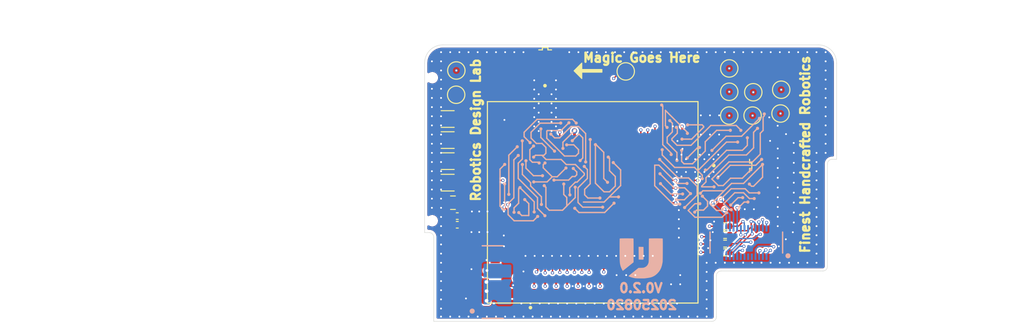
<source format=kicad_pcb>
(kicad_pcb (version 20241229) (generator "pcbnew") (generator_version "9.0")
  (layers (0 "F.Cu" signal) (4 "In1.Cu" signal) (6 "In2.Cu" signal) (2 "B.Cu" signal) (13 "F.Paste" user) (15 "B.Paste" user) (5 "F.SilkS" user "F.Silkscreen") (7 "B.SilkS" user "B.Silkscreen") (1 "F.Mask" user) (3 "B.Mask" user) (25 "Edge.Cuts" user))
  (net 0 "")
  (net 1 "MOB_SAFE_PWR_REMOVE_L")
  (net 2 "MOB_AUD_OUT")
  (net 3 "MOB_RST")
  (net 4 "MOB_PWR")
  (net 5 "GND")
  (net 6 "SIM_RST")
  (net 7 "MOB_TXD")
  (net 8 "MOB_RTS")
  (net 9 "VBAT")
  (net 10 "SIM_DATA")
  (net 11 "+1.8V")
  (net 12 "MOB_AUD_BCLK")
  (net 13 "MOB_WAKE_L")
  (net 14 "MOB_AUD_SYNC")
  (net 15 "MOB_DTR")
  (net 16 "MOB_AUD_IN")
  (net 17 "SIM_VDD")
  (net 18 "MOB_DSR")
  (net 19 "MOB_RI")
  (net 20 "MOB_DCD")
  (net 21 "MOB_RXD")
  (net 22 "MOB_CTS")
  (net 23 "SIM_CLK")
  (net 24 "MOB_AUX_ANT")
  (net 25 "MOB_MAIN_ANT")
  (net 30 "Net-(U1A-UART1_TX)")
  (net 31 "Net-(U1A-UART1_RTS)")
  (net 32 "Net-(U1A-UART1_RX)")
  (net 33 "Net-(U1A-UART1_CTS)")
  (net 34 "Net-(U1A-TX_ON)")
  (net 35 "Net-(U1A-TP1_BOOTPIN)")
  (net 36 "Net-(U1A-J1)")
  (net 37 "Net-(U1A-J2)")
  (net 38 "Net-(U1A-J3)")
  (net 39 "Net-(U1A-J4)")
  (net 40 "Net-(U1A-J5)")
  (net 41 "Net-(U1A-J6)")
  (net 42 "Net-(U1A-J7)")
  (footprint "20279-001E-03:IPEX_20279-001E-03" (layer "F.Cu") (at 81.77 54.7375)
    (property "Reference" "J3" (hide yes))
    (property "Value" "20279-001E-03" (hide yes))
  )
  (footprint "Resistor_SMD:R_0402_1005Metric" (layer "F.Cu") (at 101.42 72.6975)
    (property "Reference" "R3" (hide yes))
    (property "Value" "0R" (hide yes))
  )
  (footprint "TestPoint:TestPoint_Pad_D1.5mm" (layer "F.Cu") (at 101.875 55.4625)
    (property "Reference" "TP4" (hide yes))
    (property "Value" "TestPoint" (hide yes))
  )
  (footprint "custom_footprints:Art_small" (layer "F.Cu") (at 102.5725 66.325)
    (property "Reference" "REF**" (hide yes))
    (property "Value" "Art_small" (hide yes))
  )
  (footprint "TestPoint:TestPoint_Pad_D1.5mm" (layer "F.Cu") (at 107.475 60.3875)
    (property "Reference" "TP8" (hide yes))
    (property "Value" "TestPoint" (hide yes))
  )
  (footprint "Capacitor_SMD:C_1206_3216Metric" (layer "F.Cu") (at 71.12 60.9875 180)
    (property "Reference" "C9" (hide yes))
    (property "Value" "220uF" (hide yes))
  )
  (footprint "Capacitor_SMD:C_0805_2012Metric" (layer "F.Cu") (at 71.7 70.1275 180)
    (property "Reference" "C5" (hide yes))
    (property "Value" "47uF" (hide yes))
  )
  (footprint "TestPoint:TestPoint_Pad_D1.5mm" (layer "F.Cu") (at 72.05 58.3375)
    (property "Reference" "TP2" (hide yes))
    (property "Value" "TestPoint" (hide yes))
  )
  (footprint "TestPoint:TestPoint_Pad_D1.5mm" (layer "F.Cu") (at 101.875 58.0125)
    (property "Reference" "TP5" (hide yes))
    (property "Value" "TestPoint" (hide yes))
  )
  (footprint "" (layer "F.Cu") (at 69.450001 56.4775)
    (property "Reference" "" (hide yes))
    (property "Value" "" (hide yes))
  )
  (footprint "Capacitor_SMD:C_1206_3216Metric" (layer "F.Cu") (at 71.12 67.9375 180)
    (property "Reference" "C7" (hide yes))
    (property "Value" "220uF" (hide yes))
  )
  (footprint "Capacitor_SMD:C_1206_3216Metric" (layer "F.Cu") (at 71.12 63.2875 180)
    (property "Reference" "C8" (hide yes))
    (property "Value" "220uF" (hide yes))
  )
  (footprint "TestPoint:TestPoint_Pad_D1.5mm" (layer "F.Cu") (at 107.55 57.7875)
    (property "Reference" "TP7" (hide yes))
    (property "Value" "TestPoint" (hide yes))
  )
  (footprint "TestPoint:TestPoint_Pad_D1.5mm" (layer "F.Cu") (at 101.875 60.6125)
    (property "Reference" "TP10" (hide yes))
    (property "Value" "TestPoint" (hide yes))
  )
  (footprint "Capacitor_SMD:C_0402_1005Metric" (layer "F.Cu") (at 72.17 72.5375 180)
    (property "Reference" "C1" (hide yes))
    (property "Value" "10pF" (hide yes))
  )
  (footprint "TestPoint:TestPoint_Pad_D1.5mm" (layer "F.Cu") (at 90.57 55.7875)
    (property "Reference" "TP3" (hide yes))
    (property "Value" "TestPoint" (hide yes))
  )
  (footprint "20279-001E-03:IPEX_20279-001E-03" (layer "F.Cu") (at 102.7925 66.0875 -90)
    (property "Reference" "J4" (hide yes))
    (property "Value" "20279-001E-03" (hide yes))
  )
  (footprint "Resistor_SMD:R_0402_1005Metric" (layer "F.Cu") (at 101.42 75.5475)
    (property "Reference" "R2" (hide yes))
    (property "Value" "0R" (hide yes))
  )
  (footprint "TestPoint:TestPoint_Pad_D1.5mm" (layer "F.Cu") (at 72.07 55.6875)
    (property "Reference" "TP1" (hide yes))
    (property "Value" "TestPoint" (hide yes))
  )
  (footprint "Capacitor_SMD:C_0402_1005Metric" (layer "F.Cu") (at 72.17 71.5875 180)
    (property "Reference" "C2" (hide yes))
    (property "Value" "10nF" (hide yes))
  )
  (footprint "" (layer "F.Cu") (at 69.440001 72.0975)
    (property "Reference" "" (hide yes))
    (property "Value" "" (hide yes))
  )
  (footprint "RC7620_1104625:XCVR_RC7620_1104625" (layer "F.Cu") (at 86.9625 70.0875 180)
    (property "Reference" "U1" (hide yes))
    (property "Value" "WP SNAP-IN BASE_6000636" (hide yes))
  )
  (footprint "Capacitor_SMD:C_1206_3216Metric" (layer "F.Cu") (at 71.12 65.5875 180)
    (property "Reference" "C6" (hide yes))
    (property "Value" "220uF" (hide yes))
  )
  (footprint "Resistor_SMD:R_0402_1005Metric" (layer "F.Cu") (at 101.42 73.6475)
    (property "Reference" "R1" (hide yes))
    (property "Value" "0R" (hide yes))
  )
  (footprint "TestPoint:TestPoint_Pad_D1.5mm" (layer "F.Cu") (at 104.5 58.0625)
    (property "Reference" "TP6" (hide yes))
    (property "Value" "TestPoint" (hide yes))
  )
  (footprint "TestPoint:TestPoint_Pad_D1.5mm" (layer "F.Cu") (at 104.425 60.6125)
    (property "Reference" "TP9" (hide yes))
    (property "Value" "TestPoint" (hide yes))
  )
  (footprint "Capacitor_SMD:C_0201_0603Metric" (layer "F.Cu") (at 72.265 73.3875 180)
    (property "Reference" "C4" (hide yes))
    (property "Value" "1uF" (hide yes))
  )
  (footprint "Capacitor_SMD:C_0201_0603Metric" (layer "F.Cu") (at 72.265 74.1075 180)
    (property "Reference" "C3" (hide yes))
    (property "Value" "100nF" (hide yes))
  )
  (footprint "Resistor_SMD:R_0402_1005Metric" (layer "F.Cu") (at 101.42 74.5975)
    (property "Reference" "R4" (hide yes))
    (property "Value" "0R" (hide yes))
  )
  (footprint "513382474:CON_513382474" (layer "B.Cu") (at 76.040001 78.797402 90)
    (property "Reference" "J2" (hide yes))
    (property "Value" "513382474" (hide yes))
  )
  (footprint "513382474:CON_513382474" (layer "B.Cu") (at 103.740001 74.477502 180)
    (property "Reference" "J1" (hide yes))
    (property "Value" "513382474" (hide yes))
  )
  (gr_line (start 113.600001 54.8875) (end 113.600001 65.387502) (stroke (width 0.05)) (layer "Edge.Cuts"))
  (gr_line (start 113.100002 65.387502) (end 113.600001 65.387502) (stroke (width 0.05)) (layer "Edge.Cuts"))
  (gr_arc (start 69.100001 73.387502) (mid 69.453554 73.533949) (end 69.600001 73.887502) (stroke (width 0.05)) (layer "Edge.Cuts"))
  (gr_arc (start 100.475 82.5875) (mid 100.328553 82.941054) (end 99.974999 83.087501) (stroke (width 0.05)) (layer "Edge.Cuts"))
  (gr_arc (start 112.6 77.0875) (mid 112.453553 77.441054) (end 112.099999 77.587501) (stroke (width 0.05)) (layer "Edge.Cuts"))
  (gr_line (start 69.600001 83.0875) (end 99.974999 83.087501) (stroke (width 0.05)) (layer "Edge.Cuts"))
  (gr_line (start 70.600001 52.8875) (end 111.600003 52.8875) (stroke (width 0.05)) (layer "Edge.Cuts"))
  (gr_line (start 68.600001 73.387502) (end 68.600001 54.887502) (stroke (width 0.05)) (layer "Edge.Cuts"))
  (gr_arc (start 112.600004 65.886386) (mid 112.746844 65.533555) (end 113.100002 65.387504) (stroke (width 0.05)) (layer "Edge.Cuts"))
  (gr_line (start 68.600001 73.387502) (end 69.100001 73.387502) (stroke (width 0.05)) (layer "Edge.Cuts"))
  (gr_line (start 100.475 82.5875) (end 100.475 78.0875) (stroke (width 0.05)) (layer "Edge.Cuts"))
  (gr_arc (start 100.475 78.0875) (mid 100.621447 77.733946) (end 100.975001 77.587499) (stroke (width 0.05)) (layer "Edge.Cuts"))
  (gr_arc (start 111.600003 52.8875) (mid 113.014214 53.473287) (end 113.600001 54.887498) (stroke (width 0.05)) (layer "Edge.Cuts"))
  (gr_line (start 69.600001 73.887502) (end 69.600001 83.0875) (stroke (width 0.05)) (layer "Edge.Cuts"))
  (gr_line (start 112.6 77.0875) (end 112.599999 65.887501) (stroke (width 0.05)) (layer "Edge.Cuts"))
  (gr_line (start 100.975001 77.587502) (end 112.1 77.587501) (stroke (width 0.05)) (layer "Edge.Cuts"))
  (gr_arc (start 68.600001 54.8875) (mid 69.185787 53.473287) (end 70.600001 52.8875) (stroke (width 0.05)) (layer "Edge.Cuts"))
  (segment (start 77.15 67.6875) (end 76.3125 67.6875) (width 0.15) (layer "F.Cu") (net 1))
  (via (at 105.225 75.3625) (size 0.35) (drill 0.2) (layers "F.Cu" "B.Cu") (net 1))
  (via (at 77.15 67.6875) (size 0.35) (drill 0.2) (layers "F.Cu" "B.Cu") (net 1))
  (segment (start 105.140001 75.447499) (end 105.225 75.3625) (width 0.15) (layer "B.Cu") (net 1))
  (segment (start 105.140001 76.027502) (end 105.140001 75.447499) (width 0.15) (layer "B.Cu") (net 1))
  (segment (start 95.87 64.4875) (end 95.1425 64.4875) (width 0.15) (layer "F.Cu") (net 2))
  (segment (start 96.72 63.6375) (end 95.87 64.4875) (width 0.15) (layer "F.Cu") (net 2))
  (segment (start 96.72 61.7875) (end 96.72 63.6375) (width 0.15) (layer "F.Cu") (net 2))
  (via (at 96.72 61.7875) (size 0.35) (drill 0.2) (layers "F.Cu" "B.Cu") (net 2))
  (via (at 104.22 74.4375) (size 0.35) (drill 0.2) (layers "F.Cu" "B.Cu") (net 2))
  (segment (start 103.030003 74.4375) (end 101.940001 75.527502) (width 0.15) (layer "B.Cu") (net 2))
  (segment (start 101.940001 75.527502) (end 101.940001 76.027502) (width 0.15) (layer "B.Cu") (net 2))
  (segment (start 104.22 74.4375) (end 103.030003 74.4375) (width 0.15) (layer "B.Cu") (net 2))
  (segment (start 88.1625 76.8675) (end 88.1625 77.68) (width 0.15) (layer "F.Cu") (net 3))
  (segment (start 88.1625 77.68) (end 88.17 77.6875) (width 0.15) (layer "F.Cu") (net 3))
  (via (at 88.17 77.6875) (size 0.35) (drill 0.2) (layers "F.Cu" "B.Cu") (net 3))
  (via (at 105.87 75.2875) (size 0.35) (drill 0.2) (layers "F.Cu" "B.Cu") (net 3))
  (segment (start 105.540001 75.617499) (end 105.540001 76.027502) (width 0.15) (layer "B.Cu") (net 3))
  (segment (start 105.87 75.2875) (end 105.540001 75.617499) (width 0.15) (layer "B.Cu") (net 3))
  (segment (start 77.925 70.0875) (end 78.7825 70.0875) (width 0.15) (layer "F.Cu") (net 4))
  (segment (start 77.675 70.3375) (end 77.925 70.0875) (width 0.15) (layer "F.Cu") (net 4))
  (via (at 106.37 75.3375) (size 0.35) (drill 0.2) (layers "F.Cu" "B.Cu") (net 4))
  (via (at 77.675 70.3375) (size 0.35) (drill 0.2) (layers "F.Cu" "B.Cu") (net 4))
  (segment (start 106.37 75.3375) (end 105.940001 75.767499) (width 0.15) (layer "B.Cu") (net 4))
  (segment (start 105.940001 75.767499) (end 105.940001 76.027502) (width 0.15) (layer "B.Cu") (net 4))
  (segment (start 96.0125 61.7875) (end 95.72 61.7875) (width 0.15) (layer "F.Cu") (net 5))
  (segment (start 97.6625 80.0375) (end 96.6625 79.0375) (width 0.15) (layer "F.Cu") (net 5))
  (segment (start 77.2125 61.0875) (end 77.32 61.0875) (width 0.15) (layer "F.Cu") (net 5))
  (segment (start 76.2625 60.1375) (end 77.2125 61.0875) (width 0.15) (layer "F.Cu") (net 5))
  (segment (start 96.6625 79.0375) (end 96.52 79.0375) (width 0.15) (layer "F.Cu") (net 5))
  (segment (start 97.6625 60.1375) (end 96.0125 61.7875) (width 0.15) (layer "F.Cu") (net 5))
  (segment (start 76.2625 80.0375) (end 77.1625 79.1375) (width 0.15) (layer "F.Cu") (net 5))
  (segment (start 77.1625 79.1375) (end 78.27 79.1375) (width 0.15) (layer "F.Cu") (net 5))
  (via (at 70.4 75.6875) (size 0.4) (drill 0.2) (layers "F.Cu" "B.Cu") (net 5))
  (via (at 82.95 58.773215) (size 0.35) (drill 0.2) (layers "F.Cu" "B.Cu") (net 5))
  (via (at 76.4 53.6875) (size 0.4) (drill 0.2) (layers "F.Cu" "B.Cu") (net 5))
  (via (at 104.395 76.6875) (size 0.4) (drill 0.2) (layers "F.Cu" "B.Cu") (net 5))
  (via (at 70.4 54.6875) (size 0.4) (drill 0.2) (layers "F.Cu" "B.Cu") (net 5))
  (via (at 100.675 64.8875) (size 0.35) (drill 0.2) (layers "F.Cu" "B.Cu") (net 5))
  (via (at 92.52 75.9375) (size 0.4) (drill 0.2) (layers "F.Cu" "B.Cu") (net 5))
  (via (at 99.405 78.6875) (size 0.4) (drill 0.2) (layers "F.Cu" "B.Cu") (net 5))
  (via (at 83.52 75.9375) (size 0.4) (drill 0.2) (layers "F.Cu" "B.Cu") (net 5))
  (via (at 75.37 76.3875) (size 0.35) (drill 0.2) (layers "F.Cu" "B.Cu") (net 5))
  (via (at 110.4 53.6875) (size 0.4) (drill 0.2) (layers "F.Cu" "B.Cu") (net 5))
  (via (at 111.405 74.6875) (size 0.4) (drill 0.2) (layers "F.Cu" "B.Cu") (net 5))
  (via (at 87.17 81.1375) (size 0.4) (drill 0.2) (layers "F.Cu" "B.Cu") (net 5))
  (via (at 85.4 82.5625) (size 0.4) (drill 0.2) (layers "F.Cu" "B.Cu") (net 5))
  (via (at 108.923 66.857779) (size 0.35) (drill 0.2) (layers "F.Cu" "B.Cu") (net 5))
  (via (at 108.923 71.203212) (size 0.35) (drill 0.2) (layers "F.Cu" "B.Cu") (net 5))
  (via (at 69.4 67.6875) (size 0.4) (drill 0.2) (layers "F.Cu" "B.Cu") (net 5))
  (via (at 112.4 56.6875) (size 0.4) (drill 0.2) (layers "F.Cu" "B.Cu") (net 5))
  (via (at 69.4 54.6875) (size 0.4) (drill 0.2) (layers "F.Cu" "B.Cu") (net 5))
  (via (at 82.4 82.5625) (size 0.4) (drill 0.2) (layers "F.Cu" "B.Cu") (net 5))
  (via (at 80.62 75.9375) (size 0.4) (drill 0.2) (layers "F.Cu" "B.Cu") (net 5))
  (via (at 80.575 60.783929) (size 0.35) (drill 0.2) (layers "F.Cu" "B.Cu") (net 5))
  (via (at 111.405 73.6875) (size 0.4) (drill 0.2) (layers "F.Cu" "B.Cu") (net 5))
  (via (at 75.4 82.5625) (size 0.4) (drill 0.2) (layers "F.Cu" "B.Cu") (net 5))
  (via (at 89.57 78.0375) (size 0.4) (drill 0.2) (layers "F.Cu" "B.Cu") (net 5))
  (via (at 99.77 60.5875) (size 0.4) (drill 0.2) (layers "F.Cu" "B.Cu") (net 5))
  (via (at 69.4 60.6875) (size 0.4) (drill 0.2) (layers "F.Cu" "B.Cu") (net 5))
  (via (at 70.4 61.6875) (size 0.4) (drill 0.2) (layers "F.Cu" "B.Cu") (net 5))
  (via (at 83.4 82.5625) (size 0.4) (drill 0.2) (layers "F.Cu" "B.Cu") (net 5))
  (via (at 110.405 76.6875) (size 0.4) (drill 0.2) (layers "F.Cu" "B.Cu") (net 5))
  (via (at 99.82 74.2375) (size 0.35) (drill 0.2) (layers "F.Cu" "B.Cu") (net 5))
  (via (at 71.4 82.5625) (size 0.4) (drill 0.2) (layers "F.Cu" "B.Cu") (net 5))
  (via (at 80.575 58.773215) (size 0.35) (drill 0.2) (layers "F.Cu" "B.Cu") (net 5))
  (via (at 69.4 69.6875) (size 0.4) (drill 0.2) (layers "F.Cu" "B.Cu") (net 5))
  (via (at 82.95 60.783929) (size 0.35) (drill 0.2) (layers "F.Cu" "B.Cu") (net 5))
  (via (at 111.405 68.6875) (size 0.4) (drill 0.2) (layers "F.Cu" "B.Cu") (net 5))
  (via (at 69.4 70.6875) (size 0.4) (drill 0.2) (layers "F.Cu" "B.Cu") (net 5))
  (via (at 99.405 76.6875) (size 0.4) (drill 0.2) (layers "F.Cu" "B.Cu") (net 5))
  (via (at 103.57 70.8375) (size 0.4) (drill 0.2) (layers "F.Cu" "B.Cu") (net 5))
  (via (at 84.17 81.1375) (size 0.4) (drill 0.2) (layers "F.Cu" "B.Cu") (net 5))
  (via (at 82.4625 60.291428) (size 0.35) (drill 0.2) (layers "F.Cu" "B.Cu") (net 5))
  (via (at 107.17 72.6875) (size 0.35) (drill 0.2) (layers "F.Cu" "B.Cu") (net 5))
  (via (at 82.95 59.778572) (size 0.35) (drill 0.2) (layers "F.Cu" "B.Cu") (net 5))
  (via (at 98.4 53.6875) (size 0.4) (drill 0.2) (layers "F.Cu" "B.Cu") (net 5))
  (via (at 96.4 82.5625) (size 0.4) (drill 0.2) (layers "F.Cu" "B.Cu") (net 5))
  (via (at 112.4 57.6875) (size 0.4) (drill 0.2) (layers "F.Cu" "B.Cu") (net 5))
  (via (at 81.0625 61.296785) (size 0.35) (drill 0.2) (layers "F.Cu" "B.Cu") (net 5))
  (via (at 100.77 62.6875) (size 0.4) (drill 0.2) (layers "F.Cu" "B.Cu") (net 5))
  (via (at 107.17 70.601776) (size 0.35) (drill 0.2) (layers "F.Cu" "B.Cu") (net 5))
  (via (at 99.405 79.6875) (size 0.4) (drill 0.2) (layers "F.Cu" "B.Cu") (net 5))
  (via (at 95.4 82.5625) (size 0.4) (drill 0.2) (layers "F.Cu" "B.Cu") (net 5))
  (via (at 79.17 81.1375) (size 0.4) (drill 0.2) (layers "F.Cu" "B.Cu") (net 5))
  (via (at 96.37 72.9375) (size 0.4) (drill 0.2) (layers "F.Cu" "B.Cu") (net 5))
  (via (at 84.77 79.2375) (size 0.35) (drill 0.2) (layers "F.Cu" "B.Cu") (net 5))
  (via (at 112.4 63.6875) (size 0.4) (drill 0.2) (layers "F.Cu" "B.Cu") (net 5))
  (via (at 108.923 67.944137) (size 0.35) (drill 0.2) (layers "F.Cu" "B.Cu") (net 5))
  (via (at 77.27 71.0875) (size 0.35) (drill 0.2) (layers "F.Cu" "B.Cu") (net 5))
  (via (at 102.395 76.6875) (size 0.4) (drill 0.2) (layers "F.Cu" "B.Cu") (net 5))
  (via (at 99.405 80.6875) (size 0.4) (drill 0.2) (layers "F.Cu" "B.Cu") (net 5))
  (via (at 69.4 62.6875) (size 0.4) (drill 0.2) (layers "F.Cu" "B.Cu") (net 5))
  (via (at 72.4 82.5625) (size 0.4) (drill 0.2) (layers "F.Cu" "B.Cu") (net 5))
  (via (at 70.4 67.6875) (size 0.4) (drill 0.2) (layers "F.Cu" "B.Cu") (net 5))
  (via (at 111.405 70.6875) (size 0.4) (drill 0.2) (layers "F.Cu" "B.Cu") (net 5))
  (via (at 86.17 81.1375) (size 0.4) (drill 0.2) (layers "F.Cu" "B.Cu") (net 5))
  (via (at 70.4 57.6875) (size 0.4) (drill 0.2) (layers "F.Cu" "B.Cu") (net 5))
  (via (at 100.162143 65.375) (size 0.35) (drill 0.2) (layers "F.Cu" "B.Cu") (net 5))
  (via (at 89.4 82.5625) (size 0.4) (drill 0.2) (layers "F.Cu" "B.Cu") (net 5))
  (via (at 93.52 75.9375) (size 0.4) (drill 0.2) (layers "F.Cu" "B.Cu") (net 5))
  (via (at 97.4 82.5625) (size 0.4) (drill 0.2) (layers "F.Cu" "B.Cu") (net 5))
  (via (at 91.52 75.9375) (size 0.4) (drill 0.2) (layers "F.Cu" "B.Cu") (net 5))
  (via (at 98.151429 66.775) (size 0.35) (drill 0.2) (layers "F.Cu" "B.Cu") (net 5))
  (via (at 90.4 53.6875) (size 0.4) (drill 0.2) (layers "F.Cu" "B.Cu") (net 5))
  (via (at 70.4 62.6875) (size 0.4) (drill 0.2) (layers "F.Cu" "B.Cu") (net 5))
  (via (at 70.4 76.6875) (size 0.4) (drill 0.2) (layers "F.Cu" "B.Cu") (net 5))
  (via (at 77.25 73.7125) (size 0.35) (drill 0.2) (layers "F.Cu" "B.Cu") (net 5))
  (via (at 98.151429 65.375) (size 0.35) (drill 0.2) (layers "F.Cu" "B.Cu") (net 5))
  (via (at 73.4 82.5625) (size 0.4) (drill 0.2) (layers "F.Cu" "B.Cu") (net 5))
  (via (at 74.4 53.6875) (size 0.4) (drill 0.2) (layers "F.Cu" "B.Cu") (net 5))
  (via (at 85.17 81.1375) (size 0.4) (drill 0.2) (layers "F.Cu" "B.Cu") (net 5))
  (via (at 82.17 81.1375) (size 0.4) (drill 0.2) (layers "F.Cu" "B.Cu") (net 5))
  (via (at 83.17 81.1375) (size 0.4) (drill 0.2) (layers "F.Cu" "B.Cu") (net 5))
  (via (at 100.07 73.3375) (size 0.35) (drill 0.2) (layers "F.Cu" "B.Cu") (net 5))
  (via (at 99.669642 64.8875) (size 0.35) (drill 0.2) (layers "F.Cu" "B.Cu") (net 5))
  (via (at 99.405 77.6875) (size 0.4) (drill 0.2) (layers "F.Cu" "B.Cu") (net 5))
  (via (at 107.17 71.667154) (size 0.35) (drill 0.2) (layers "F.Cu" "B.Cu") (net 5))
  (via (at 108.923 64.685062) (size 0.35) (drill 0.2) (layers "F.Cu" "B.Cu") (net 5))
  (via (at 80.4 82.5625) (size 0.4) (drill 0.2) (layers "F.Cu" "B.Cu") (net 5))
  (via (at 96.77 64.2375) (size 0.35) (drill 0.2) (layers "F.Cu" "B.Cu") (net 5))
  (via (at 82.4625 62.302142) (size 0.35) (drill 0.2) (layers "F.Cu" "B.Cu") (net 5))
  (via (at 77.32 61.0875) (size 0.35) (drill 0.2) (layers "F.Cu" "B.Cu") (net 5))
  (via (at 70.4 55.6875) (size 0.4) (drill 0.2) (layers "F.Cu" "B.Cu") (net 5))
  (via (at 99.77 62.6875) (size 0.4) (drill 0.2) (layers "F.Cu" "B.Cu") (net 5))
  (via (at 87.52 75.9375) (size 0.4) (drill 0.2) (layers "F.Cu" "B.Cu") (net 5))
  (via (at 107.17 66.340265) (size 0.35) (drill 0.2) (layers "F.Cu" "B.Cu") (net 5))
  (via (at 108.075065 62.635459) (size 0.35) (drill 0.2) (layers "F.Cu" "B.Cu") (net 5))
  (via (at 87.17 79.2375) (size 0.35) (drill 0.2) (layers "F.Cu" "B.Cu") (net 5))
  (via (at 107.160809 61.721203) (size 0.35) (drill 0.2) (layers "F.Cu" "B.Cu") (net 5))
  (via (at 100.162143 66.775) (size 0.35) (drill 0.2) (layers "F.Cu" "B.Cu") (net 5))
  (via (at 111.4 53.6875) (size 0.4) (drill 0.2) (layers "F.Cu" "B.Cu") (net 5))
  (via (at 80.575 57.767858) (size 0.35) (drill 0.2) (layers "F.Cu" "B.Cu") (net 5))
  (via (at 90.17 81.1375) (size 0.4) (drill 0.2) (layers "F.Cu" "B.Cu") (net 5))
  (via (at 69.4 58.6875) (size 0.4) (drill 0.2) (layers "F.Cu" "B.Cu") (net 5))
  (via (at 94.4 82.5625) (size 0.4) (drill 0.2) (layers "F.Cu" "B.Cu") (net 5))
  (via (at 99.156786 65.375) (size 0.35) (drill 0.2) (layers "F.Cu" "B.Cu") (net 5))
  (via (at 73.72 73.3375) (size 0.35) (drill 0.2) (layers "F.Cu" "B.Cu") (net 5))
  (via (at 77.27 70.0875) (size 0.35) (drill 0.2) (layers "F.Cu" "B.Cu") (net 5))
  (via (at 112.4 60.6875) (size 0.4) (drill 0.2) (layers "F.Cu" "B.Cu") (net 5))
  (via (at 81.4 82.5625) (size 0.4) (drill 0.2) (layers "F.Cu" "B.Cu") (net 5))
  (via (at 82.95 57.767858) (size 0.35) (drill 0.2) (layers "F.Cu" "B.Cu") (net 5))
  (via (at 96.653571 64.8875) (size 0.35) (drill 0.2) (layers "F.Cu" "B.Cu") (net 5))
  (via (at 99.405 82.5625) (size 0.4) (drill 0.2) (layers "F.Cu" "B.Cu") (net 5))
  (via (at 99.405 81.6875) (size 0.4) (drill 0.2) (layers "F.Cu" "B.Cu") (net 5))
  (via (at 70.4 73.6875) (size 0.4) (drill 0.2) (layers "F.Cu" "B.Cu") (net 5))
  (via (at 111.405 67.6875) (size 0.4) (drill 0.2) (layers "F.Cu" "B.Cu") (net 5))
  (via (at 107.4 53.6875) (size 0.4) (drill 0.2) (layers "F.Cu" "B.Cu") (net 5))
  (via (at 112.4 58.6875) (size 0.4) (drill 0.2) (layers "F.Cu" "B.Cu") (net 5))
  (via (at 111.405 71.6875) (size 0.4) (drill 0.2) (layers "F.Cu" "B.Cu") (net 5))
  (via (at 107.395 76.6875) (size 0.4) (drill 0.2) (layers "F.Cu" "B.Cu") (net 5))
  (via (at 74.57 73.3375) (size 0.35) (drill 0.2) (layers "F.Cu" "B.Cu") (net 5))
  (via (at 106.335771 63.375281) (size 0.35) (drill 0.2) (layers "F.Cu" "B.Cu") (net 5))
  (via (at 75.4 53.6875) (size 0.4) (drill 0.2) (layers "F.Cu" "B.Cu") (net 5))
  (via (at 108.923 72.289571) (size 0.35) (drill 0.2) (layers "F.Cu" "B.Cu") (net 5))
  (via (at 86.4 82.5625) (size 0.4) (drill 0.2) (layers "F.Cu" "B.Cu") (net 5))
  (via (at 84.4 82.5625) (size 0.4) (drill 0.2) (layers "F.Cu" "B.Cu") (net 5))
  (via (at 69.4 66.6875) (size 0.4) (drill 0.2) (layers "F.Cu" "B.Cu") (net 5))
  (via (at 70.4 64.6875) (size 0.4) (drill 0.2) (layers "F.Cu" "B.Cu") (net 5))
  (via (at 82.52 75.9375) (size 0.4) (drill 0.2) (layers "F.Cu" "B.Cu") (net 5))
  (via (at 88.4 82.5625) (size 0.4) (drill 0.2) (layers "F.Cu" "B.Cu") (net 5))
  (via (at 70.4 59.6875) (size 0.4) (drill 0.2) (layers "F.Cu" "B.Cu") (net 5))
  (via (at 96.4 53.6875) (size 0.4) (drill 0.2) (layers "F.Cu" "B.Cu") (net 5))
  (via (at 85.4 53.6875) (size 0.4) (drill 0.2) (layers "F.Cu" "B.Cu") (net 5))
  (via (at 70.4 68.6875) (size 0.4) (drill 0.2) (layers "F.Cu" "B.Cu") (net 5))
  (via (at 95.52 79.0375) (size 0.4) (drill 0.2) (layers "F.Cu" "B.Cu") (net 5))
  (via (at 105.395 76.6875) (size 0.4) (drill 0.2) (layers "F.Cu" "B.Cu") (net 5))
  (via (at 72.4 53.6875) (size 0.4) (drill 0.2) (layers "F.Cu" "B.Cu") (net 5))
  (via (at 94.17 81.1375) (size 0.4) (drill 0.2) (layers "F.Cu" "B.Cu") (net 5))
  (via (at 99.156786 66.775) (size 0.35) (drill 0.2) (layers "F.Cu" "B.Cu") (net 5))
  (via (at 81.0625 59.286071) (size 0.35) (drill 0.2) (layers "F.Cu" "B.Cu") (net 5))
  (via (at 70.4 56.6875) (size 0.4) (drill 0.2) (layers "F.Cu" "B.Cu") (net 5))
  (via (at 100.4 53.6875) (size 0.4) (drill 0.2) (layers "F.Cu" "B.Cu") (net 5))
  (via (at 78.4 53.6875) (size 0.4) (drill 0.2) (layers "F.Cu" "B.Cu") (net 5))
  (via (at 97.146072 65.375) (size 0.35) (drill 0.2) (layers "F.Cu" "B.Cu") (net 5))
  (via (at 108.923 70.116854) (size 0.35) (drill 0.2) (layers "F.Cu" "B.Cu") (net 5))
  (via (at 69.4 63.6875) (size 0.4) (drill 0.2) (layers "F.Cu" "B.Cu") (net 5))
  (via (at 71.4 53.6875) (size 0.4) (drill 0.2) (layers "F.Cu" "B.Cu") (net 5))
  (via (at 73.77 71.0875) (size 0.35) (drill 0.2) (layers "F.Cu" "B.Cu") (net 5))
  (via (at 70.4 69.6875) (size 0.4) (drill 0.2) (layers "F.Cu" "B.Cu") (net 5))
  (via (at 112.4 53.6875) (size 0.4) (drill 0.2) (layers "F.Cu" "B.Cu") (net 5))
  (via (at 70.4 60.6875) (size 0.4) (drill 0.2) (layers "F.Cu" "B.Cu") (net 5))
  (via (at 109.405 76.6875) (size 0.4) (drill 0.2) (layers "F.Cu" "B.Cu") (net 5))
  (via (at 108.405 76.6875) (size 0.4) (drill 0.2) (layers "F.Cu" "B.Cu") (net 5))
  (via (at 104.4 53.6875) (size 0.4) (drill 0.2) (layers "F.Cu" "B.Cu") (net 5))
  (via (at 104.57 70.8375) (size 0.4) (drill 0.2) (layers "F.Cu" "B.Cu") (net 5))
  (via (at 69.4 65.6875) (size 0.4) (drill 0.2) (layers "F.Cu" "B.Cu") (net 5))
  (via (at 69.4 57.6875) (size 0.4) (drill 0.2) (layers "F.Cu" "B.Cu") (net 5))
  (via (at 77.275 74.8875) (size 0.35) (drill 0.2) (layers "F.Cu" "B.Cu") (net 5))
  (via (at 69.4 59.6875) (size 0.4) (drill 0.2) (layers "F.Cu" "B.Cu") (net 5))
  (via (at 112.4 55.6875) (size 0.4) (drill 0.2) (layers "F.Cu" "B.Cu") (net 5))
  (via (at 88.4 53.6875) (size 0.4) (drill 0.2) (layers "F.Cu" "B.Cu") (net 5))
  (via (at 82.95 61.789286) (size 0.35) (drill 0.2) (layers "F.Cu" "B.Cu") (net 5))
  (via (at 69.4 68.6875) (size 0.4) (drill 0.2) (layers "F.Cu" "B.Cu") (net 5))
  (via (at 70.4 58.6875) (size 0.4) (drill 0.2) (layers "F.Cu" "B.Cu") (net 5))
  (via (at 77.4 82.5625) (size 0.4) (drill 0.2) (layers "F.Cu" "B.Cu") (net 5))
  (via (at 107.17 69.536398) (size 0.35) (drill 0.2) (layers "F.Cu" "B.Cu") (net 5))
  (via (at 89.4 53.6875) (size 0.4) (drill 0.2) (layers "F.Cu" "B.Cu") (net 5))
  (via (at 73.12 80.5875) (size 0.35) (drill 0.2) (layers "F.Cu" "B.Cu") (net 5))
  (via (at 105.4 53.6875) (size 0.4) (drill 0.2) (layers "F.Cu" "B.Cu") (net 5))
  (via (at 73.4 53.6875) (size 0.4) (drill 0.2) (layers "F.Cu" "B.Cu") (net 5))
  (via (at 90.4 82.5625) (size 0.4) (drill 0.2) (layers "F.Cu" "B.Cu") (net 5))
  (via (at 112.4 61.6875) (size 0.4) (drill 0.2) (layers "F.Cu" "B.Cu") (net 5))
  (via (at 81.0625 58.280714) (size 0.35) (drill 0.2) (layers "F.Cu" "B.Cu") (net 5))
  (via (at 92.17 81.1375) (size 0.4) (drill 0.2) (layers "F.Cu" "B.Cu") (net 5))
  (via (at 111.405 72.6875) (size 0.4) (drill 0.2) (layers "F.Cu" "B.Cu") (net 5))
  (via (at 86.4 53.6875) (size 0.4) (drill 0.2) (layers "F.Cu" "B.Cu") (net 5))
  (via (at 70.4 74.6875) (size 0.4) (drill 0.2) (layers "F.Cu" "B.Cu") (net 5))
  (via (at 70.4 71.6875) (size 0.4) (drill 0.2) (layers "F.Cu" "B.Cu") (net 5))
  (via (at 108.05166 74.122881) (size 0.35) (drill 0.2) (layers "F.Cu" "B.Cu") (net 5))
  (via (at 111.405 65.6875) (size 0.4) (drill 0.2) (layers "F.Cu" "B.Cu") (net 5))
  (via (at 74.57 71.0875) (size 0.35) (drill 0.2) (layers "F.Cu" "B.Cu") (net 5))
  (via (at 107.17 65.274887) (size 0.35) (drill 0.2) (layers "F.Cu" "B.Cu") (net 5))
  (via (at 80.575 56.7625) (size 0.35) (drill 0.2) (layers "F.Cu" "B.Cu") (net 5))
  (via (at 82.4625 61.296785) (size 0.35) (drill 0.2) (layers "F.Cu" "B.Cu") (net 5))
  (via (at 70.4 78.6875) (size 0.4) (drill 0.2) (layers "F.Cu" "B.Cu") (net 5))
  (via (at 82.4625 58.280714) (size 0.35) (drill 0.2) (layers "F.Cu" "B.Cu") (net 5))
  (via (at 96.37 73.9375) (size 0.4) (drill 0.2) (layers "F.Cu" "B.Cu") (net 5))
  (via (at 95.4 53.6875) (size 0.4) (drill 0.2) (layers "F.Cu" "B.Cu") (net 5))
  (via (at 90.62 78.0375) (size 0.4) (drill 0.2) (layers "F.Cu" "B.Cu") (net 5))
  (via (at 90.52 75.9375) (size 0.4) (drill 0.2) (layers "F.Cu" "B.Cu") (net 5))
  (via (at 96.52 79.0375) (size 0.4) (drill 0.2) (layers "F.Cu" "B.Cu") (net 5))
  (via (at 107.17 67.405643) (size 0.35) (drill 0.2) (layers "F.Cu" "B.Cu") (net 5))
  (via (at 70.395 80.6875) (size 0.4) (drill 0.2) (layers "F.Cu" "B.Cu") (net 5))
  (via (at 96.17 81.1375) (size 0.4) (drill 0.2) (layers "F.Cu" "B.Cu") (net 5))
  (via (at 91.17 81.1375) (size 0.4) (drill 0.2) (layers "F.Cu" "B.Cu") (net 5))
  (via (at 111.405 76.6875) (size 0.4) (drill 0.2) (layers "F.Cu" "B.Cu") (net 5))
  (via (at 69.4 61.6875) (size 0.4) (drill 0.2) (layers "F.Cu" "B.Cu") (net 5))
  (via (at 107.17 68.471021) (size 0.35) (drill 0.2) (layers "F.Cu" "B.Cu") (net 5))
  (via (at 86.52 75.9375) (size 0.4) (drill 0.2) (layers "F.Cu" "B.Cu") (net 5))
  (via (at 101.4 53.6875) (size 0.4) (drill 0.2) (layers "F.Cu" "B.Cu") (net 5))
  (via (at 82.4625 59.286071) (size 0.35) (drill 0.2) (layers "F.Cu" "B.Cu") (net 5))
  (via (at 96.37 71.9375) (size 0.4) (drill 0.2) (layers "F.Cu" "B.Cu") (net 5))
  (via (at 70.4 70.6875) (size 0.4) (drill 0.2) (layers "F.Cu" "B.Cu") (net 5))
  (via (at 100.22 72.1875) (size 0.35) (drill 0.2) (layers "F.Cu" "B.Cu") (net 5))
  (via (at 70.395 81.6875) (size 0.4) (drill 0.2) (layers "F.Cu" "B.Cu") (net 5))
  (via (at 112.4 62.6875) (size 0.4) (drill 0.2) (layers "F.Cu" "B.Cu") (net 5))
  (via (at 98.664285 64.8875) (size 0.35) (drill 0.2) (layers "F.Cu" "B.Cu") (net 5))
  (via (at 85.97 79.2375) (size 0.35) (drill 0.2) (layers "F.Cu" "B.Cu") (net 5))
  (via (at 101.395 76.6875) (size 0.4) (drill 0.2) (layers "F.Cu" "B.Cu") (net 5))
  (via (at 92.4 82.5625) (size 0.4) (drill 0.2) (layers "F.Cu" "B.Cu") (net 5))
  (via (at 76.4 82.5625) (size 0.4) (drill 0.2) (layers "F.Cu" "B.Cu") (net 5))
  (via (at 106.4 53.6875) (size 0.4) (drill 0.2) (layers "F.Cu" "B.Cu") (net 5))
  (via (at 87.4 82.5625) (size 0.4) (drill 0.2) (layers "F.Cu" "B.Cu") (net 5))
  (via (at 100.395 76.6875) (size 0.4) (drill 0.2) (layers "F.Cu" "B.Cu") (net 5))
  (via (at 96.653571 67.2625) (size 0.35) (drill 0.2) (layers "F.Cu" "B.Cu") (net 5))
  (via (at 112.4 64.6875) (size 0.4) (drill 0.2) (layers "F.Cu" "B.Cu") (net 5))
  (via (at 96.140715 65.375) (size 0.35) (drill 0.2) (layers "F.Cu" "B.Cu") (net 5))
  (via (at 108.914597 63.599219) (size 0.35) (drill 0.2) (layers "F.Cu" "B.Cu") (net 5))
  (via (at 81.17 81.1375) (size 0.4) (drill 0.2) (layers "F.Cu" "B.Cu") (net 5))
  (via (at 93.17 81.1375) (size 0.4) (drill 0.2) (layers "F.Cu" "B.Cu") (net 5))
  (via (at 100.77 60.5875) (size 0.4) (drill 0.2) (layers "F.Cu" "B.Cu") (net 5))
  (via (at 80.575 61.789286) (size 0.35) (drill 0.2) (layers "F.Cu" "B.Cu") (net 5))
  (via (at 89.52 75.9375) (size 0.4) (drill 0.2) (layers "F.Cu" "B.Cu") (net 5))
  (via (at 79.4 53.6875) (size 0.4) (drill 0.2) (layers "F.Cu" "B.Cu") (net 5))
  (via (at 98.77 62.6875) (size 0.4) (drill 0.2) (layers "F.Cu" "B.Cu") (net 5))
  (via (at 100.675 67.2625) (size 0.35) (drill 0.2) (layers "F.Cu" "B.Cu") (net 5))
  (via (at 96.22 63.3875) (size 0.35) (drill 0.2) (layers "F.Cu" "B.Cu") (net 5))
  (via (at 98.664285 67.2625) (size 0.35) (drill 0.2) (layers "F.Cu" "B.Cu") (net 5))
  (via (at 85.52 75.9375) (size 0.4) (drill 0.2) (layers "F.Cu" "B.Cu") (net 5))
  (via (at 70.4 53.6875) (size 0.4) (drill 0.2) (layers "F.Cu" "B.Cu") (net 5))
  (via (at 97.4 53.6875) (size 0.4) (drill 0.2) (layers "F.Cu" "B.Cu") (net 5))
  (via (at 106.395 76.6875) (size 0.4) (drill 0.2) (layers "F.Cu" "B.Cu") (net 5))
  (via (at 89.17 81.1375) (size 0.4) (drill 0.2) (layers "F.Cu" "B.Cu") (net 5))
  (via (at 80.17 81.1375) (size 0.4) (drill 0.2) (layers "F.Cu" "B.Cu") (net 5))
  (via (at 88.17 81.1375) (size 0.4) (drill 0.2) (layers "F.Cu" "B.Cu") (net 5))
  (via (at 99.57 75.0875) (size 0.35) (drill 0.2) (layers "F.Cu" "B.Cu") (net 5))
  (via (at 70.4 63.6875) (size 0.4) (drill 0.2) (layers "F.Cu" "B.Cu") (net 5))
  (via (at 79.62 75.9375) (size 0.4) (drill 0.2) (layers "F.Cu" "B.Cu") (net 5))
  (via (at 70.4 66.6875) (size 0.4) (drill 0.2) (layers "F.Cu" "B.Cu") (net 5))
  (via (at 78.4 82.5625) (size 0.4) (drill 0.2) (layers "F.Cu" "B.Cu") (net 5))
  (via (at 73.72 77.3875) (size 0.35) (drill 0.2) (layers "F.Cu" "B.Cu") (net 5))
  (via (at 109.4 53.6875) (size 0.4) (drill 0.2) (layers "F.Cu" "B.Cu") (net 5))
  (via (at 80.575 59.778572) (size 0.35) (drill 0.2) (layers "F.Cu" "B.Cu") (net 5))
  (via (at 84.52 75.9375) (size 0.4) (drill 0.2) (layers "F.Cu" "B.Cu") (net 5))
  (via (at 81.0625 62.302142) (size 0.35) (drill 0.2) (layers "F.Cu" "B.Cu") (net 5))
  (via (at 70.4 72.6875) (size 0.4) (drill 0.2) (layers "F.Cu" "B.Cu") (net 5))
  (via (at 106.246553 60.806947) (size 0.35) (drill 0.2) (layers "F.Cu" "B.Cu") (net 5))
  (via (at 98.77 60.5875) (size 0.4) (drill 0.2) (layers "F.Cu" "B.Cu") (net 5))
  (via (at 79.4 82.5625) (size 0.4) (drill 0.2) (layers "F.Cu" "B.Cu") (net 5))
  (via (at 92.4 53.6875) (size 0.4) (drill 0.2) (layers "F.Cu" "B.Cu") (net 5))
  (via (at 107.17 64.20951) (size 0.35) (drill 0.2) (layers "F.Cu" "B.Cu") (net 5))
  (via (at 111.405 64.6875) (size 0.4) (drill 0.2) (layers "F.Cu" "B.Cu") (net 5))
  (via (at 87.4 53.6875) (size 0.4) (drill 0.2) (layers "F.Cu" "B.Cu") (net 5))
  (via (at 81.52 75.9375) (size 0.4) (drill 0.2) (layers "F.Cu" "B.Cu") (net 5))
  (via (at 102.4 53.6875) (size 0.4) (drill 0.2) (layers "F.Cu" "B.Cu") (net 5))
  (via (at 103.4 53.6875) (size 0.4) (drill 0.2) (layers "F.Cu" "B.Cu") (net 5))
  (via (at 98.4 82.5625) (size 0.4) (drill 0.2) (layers "F.Cu" "B.Cu") (net 5))
  (via (at 111.405 75.6875) (size 0.4) (drill 0.2) (layers "F.Cu" "B.Cu") (net 5))
  (via (at 76.17 81.1375) (size 0.4) (drill 0.2) (layers "F.Cu" "B.Cu") (net 5))
  (via (at 96.140715 66.775) (size 0.35) (drill 0.2) (layers "F.Cu" "B.Cu") (net 5))
  (via (at 111.405 69.6875) (size 0.4) (drill 0.2) (layers "F.Cu" "B.Cu") (net 5))
  (via (at 79.4 77.6375) (size 0.35) (drill 0.2) (layers "F.Cu" "B.Cu") (net 5))
  (via (at 93.4 53.6875) (size 0.4) (drill 0.2) (layers "F.Cu" "B.Cu") (net 5))
  (via (at 108.923 65.77142) (size 0.35) (drill 0.2) (layers "F.Cu" "B.Cu") (net 5))
  (via (at 88.52 75.9375) (size 0.4) (drill 0.2) (layers "F.Cu" "B.Cu") (net 5))
  (via (at 103.395 76.6875) (size 0.4) (drill 0.2) (layers "F.Cu" "B.Cu") (net 5))
  (via (at 93.4 82.5625) (size 0.4) (drill 0.2) (layers "F.Cu" "B.Cu") (net 5))
  (via (at 111.405 66.6875) (size 0.4) (drill 0.2) (layers "F.Cu" "B.Cu") (net 5))
  (via (at 70.4 79.6875) (size 0.4) (drill 0.2) (layers "F.Cu" "B.Cu") (net 5))
  (via (at 91.62 78.0375) (size 0.4) (drill 0.2) (layers "F.Cu" "B.Cu") (net 5))
  (via (at 108.817078 73.352172) (size 0.35) (drill 0.2) (layers "F.Cu" "B.Cu") (net 5))
  (via (at 78.27 79.1375) (size 0.4) (drill 0.2) (layers "F.Cu" "B.Cu") (net 5))
  (via (at 107.283489 74.891053) (size 0.35) (drill 0.2) (layers "F.Cu" "B.Cu") (net 5))
  (via (at 70.395 82.5625) (size 0.4) (drill 0.2) (layers "F.Cu" "B.Cu") (net 5))
  (via (at 95.72 61.7875) (size 0.35) (drill 0.2) (layers "F.Cu" "B.Cu") (net 5))
  (via (at 77.4 53.6875) (size 0.4) (drill 0.2) (layers "F.Cu" "B.Cu") (net 5))
  (via (at 81.0625 60.291428) (size 0.35) (drill 0.2) (layers "F.Cu" "B.Cu") (net 5))
  (via (at 91.4 53.6875) (size 0.4) (drill 0.2) (layers "F.Cu" "B.Cu") (net 5))
  (via (at 75.47 73.3375) (size 0.35) (drill 0.2) (layers "F.Cu" "B.Cu") (net 5))
  (via (at 69.4 64.6875) (size 0.4) (drill 0.2) (layers "F.Cu" "B.Cu") (net 5))
  (via (at 112.4 54.6875) (size 0.4) (drill 0.2) (layers "F.Cu" "B.Cu") (net 5))
  (via (at 112.4 59.6875) (size 0.4) (drill 0.2) (layers "F.Cu" "B.Cu") (net 5))
  (via (at 82.95 56.7625) (size 0.35) (drill 0.2) (layers "F.Cu" "B.Cu") (net 5))
  (via (at 96.37 70.9375) (size 0.4) (drill 0.2) (layers "F.Cu" "B.Cu") (net 5))
  (via (at 95.17 81.1375) (size 0.4) (drill 0.2) (layers "F.Cu" "B.Cu") (net 5))
  (via (at 99.669642 67.2625) (size 0.35) (drill 0.2) (layers "F.Cu" "B.Cu") (net 5))
  (via (at 84.4 53.6875) (size 0.4) (drill 0.2) (layers "F.Cu" "B.Cu") (net 5))
  (via (at 70.4 65.6875) (size 0.4) (drill 0.2) (layers "F.Cu" "B.Cu") (net 5))
  (via (at 94.4 53.6875) (size 0.4) (drill 0.2) (layers "F.Cu" "B.Cu") (net 5))
  (via (at 96.52 78.0375) (size 0.4) (drill 0.2) (layers "F.Cu" "B.Cu") (net 5))
  (via (at 91.4 82.5625) (size 0.4) (drill 0.2) (layers "F.Cu" "B.Cu") (net 5))
  (via (at 74.4 82.5625) (size 0.4) (drill 0.2) (layers "F.Cu" "B.Cu") (net 5))
  (via (at 97.146072 66.775) (size 0.35) (drill 0.2) (layers "F.Cu" "B.Cu") (net 5))
  (via (at 108.4 53.6875) (size 0.4) (drill 0.2) (layers "F.Cu" "B.Cu") (net 5))
  (via (at 108.923 69.030496) (size 0.35) (drill 0.2) (layers "F.Cu" "B.Cu") (net 5))
  (via (at 75.47 71.0875) (size 0.35) (drill 0.2) (layers "F.Cu" "B.Cu") (net 5))
  (via (at 70.4 77.6875) (size 0.4) (drill 0.2) (layers "F.Cu" "B.Cu") (net 5))
  (via (at 99.4 53.6875) (size 0.4) (drill 0.2) (layers "F.Cu" "B.Cu") (net 5))
  (segment (start 96.02 67.6875) (end 95.1425 67.6875) (width 0.15) (layer "F.Cu") (net 6))
  (via (at 96.02 67.6875) (size 0.35) (drill 0.2) (layers "F.Cu" "B.Cu") (net 6))
  (via (at 102.740228 70.657728) (size 0.35) (drill 0.2) (layers "F.Cu" "B.Cu") (net 6))
  (segment (start 102.740228 71.120325) (end 102.740001 71.120552) (width 0.15) (layer "B.Cu") (net 6))
  (segment (start 102.740001 71.120552) (end 102.740001 72.927502) (width 0.15) (layer "B.Cu") (net 6))
  (segment (start 102.740228 70.657728) (end 102.740228 71.120325) (width 0.15) (layer "B.Cu") (net 6))
  (segment (start 104.27 72.7875) (end 103.87 73.1875) (width 0.15) (layer "F.Cu") (net 7))
  (segment (start 104.27 72.1875) (end 104.27 72.7875) (width 0.15) (layer "F.Cu") (net 7))
  (segment (start 102.77 73.1875) (end 102.31 73.6475) (width 0.15) (layer "F.Cu") (net 7))
  (segment (start 103.87 73.1875) (end 102.77 73.1875) (width 0.15) (layer "F.Cu") (net 7))
  (segment (start 102.31 73.6475) (end 101.93 73.6475) (width 0.15) (layer "F.Cu") (net 7))
  (via (at 104.27 72.1875) (size 0.35) (drill 0.2) (layers "F.Cu" "B.Cu") (net 7))
  (segment (start 104.740001 72.407501) (end 104.740001 72.927502) (width 0.15) (layer "B.Cu") (net 7))
  (segment (start 104.27 72.1875) (end 104.52 72.1875) (width 0.15) (layer "B.Cu") (net 7))
  (segment (start 104.52 72.1875) (end 104.740001 72.407501) (width 0.15) (layer "B.Cu") (net 7))
  (segment (start 102.26 75.5475) (end 101.93 75.5475) (width 0.15) (layer "F.Cu") (net 8))
  (segment (start 104.27 73.5375) (end 102.26 75.5475) (width 0.15) (layer "F.Cu") (net 8))
  (segment (start 104.37 73.5375) (end 104.27 73.5375) (width 0.15) (layer "F.Cu") (net 8))
  (via (at 104.37 73.5375) (size 0.35) (drill 0.2) (layers "F.Cu" "B.Cu") (net 8))
  (segment (start 104.340001 73.507501) (end 104.37 73.5375) (width 0.15) (layer "B.Cu") (net 8))
  (segment (start 104.340001 72.927502) (end 104.340001 73.507501) (width 0.15) (layer "B.Cu") (net 8))
  (segment (start 72.595 58.8825) (end 72.05 58.3375) (width 0.825) (layer "F.Cu") (net 9))
  (segment (start 72.595 60.9875) (end 72.595 58.8825) (width 0.825) (layer "F.Cu") (net 9))
  (via (at 75.353501 78.7875) (size 0.6) (drill 0.4) (layers "F.Cu" "B.Cu") (net 9))
  (via (at 75.37 79.7875) (size 0.6) (drill 0.4) (layers "F.Cu" "B.Cu") (net 9))
  (via (at 75.37 80.8375) (size 0.6) (drill 0.4) (layers "F.Cu" "B.Cu") (net 9))
  (segment (start 95.1925 68.5375) (end 95.1425 68.4875) (width 0.15) (layer "F.Cu") (net 10))
  (segment (start 96.02 68.5375) (end 95.1925 68.5375) (width 0.15) (layer "F.Cu") (net 10))
  (via (at 96.02 68.5375) (size 0.35) (drill 0.2) (layers "F.Cu" "B.Cu") (net 10))
  (via (at 101.37 70.8375) (size 0.35) (drill 0.2) (layers "F.Cu" "B.Cu") (net 10))
  (segment (start 101.37 70.8375) (end 101.940001 71.407501) (width 0.15) (layer "B.Cu") (net 10))
  (segment (start 101.940001 71.407501) (end 101.940001 72.927502) (width 0.15) (layer "B.Cu") (net 10))
  (segment (start 84.97 63.3) (end 84.9625 63.3075) (width 0.3) (layer "F.Cu") (net 11))
  (segment (start 84.97 62.2875) (end 84.97 63.3) (width 0.3) (layer "F.Cu") (net 11))
  (via (at 84.97 62.2875) (size 0.6) (drill 0.3) (layers "F.Cu" "B.Cu") (net 11))
  (via (at 75.412498 77.5375) (size 0.6) (drill 0.3) (layers "F.Cu" "B.Cu") (net 11))
  (segment (start 92.22 63.25) (end 92.1625 63.3075) (width 0.15) (layer "F.Cu") (net 12))
  (segment (start 92.22 62.1875) (end 92.22 63.25) (width 0.15) (layer "F.Cu") (net 12))
  (via (at 92.22 62.1875) (size 0.35) (drill 0.2) (layers "F.Cu" "B.Cu") (net 12))
  (via (at 103.32 75.3375) (size 0.35) (drill 0.2) (layers "F.Cu" "B.Cu") (net 12))
  (segment (start 102.740001 75.527502) (end 102.740001 76.027502) (width 0.15) (layer "B.Cu") (net 12))
  (segment (start 103.32 75.3375) (end 102.930003 75.3375) (width 0.15) (layer "B.Cu") (net 12))
  (segment (start 102.930003 75.3375) (end 102.740001 75.527502) (width 0.15) (layer "B.Cu") (net 12))
  (segment (start 98.42 67.6875) (end 97.6125 67.6875) (width 0.15) (layer "F.Cu") (net 13))
  (via (at 106.72 74.9375) (size 0.35) (drill 0.2) (layers "F.Cu" "B.Cu") (net 13))
  (via (at 98.42 67.6875) (size 0.35) (drill 0.2) (layers "F.Cu" "B.Cu") (net 13))
  (segment (start 106.67 74.8875) (end 105.057453 74.8875) (width 0.15) (layer "B.Cu") (net 13))
  (segment (start 105.057453 74.8875) (end 104.740001 75.204952) (width 0.15) (layer "B.Cu") (net 13))
  (segment (start 106.72 74.9375) (end 106.67 74.8875) (width 0.15) (layer "B.Cu") (net 13))
  (segment (start 104.740001 75.204952) (end 104.740001 76.027502) (width 0.15) (layer "B.Cu") (net 13))
  (segment (start 92.97 62.1875) (end 92.97 63.3) (width 0.15) (layer "F.Cu") (net 14))
  (segment (start 92.97 63.3) (end 92.9625 63.3075) (width 0.15) (layer "F.Cu") (net 14))
  (via (at 92.97 62.1875) (size 0.35) (drill 0.2) (layers "F.Cu" "B.Cu") (net 14))
  (via (at 105.27 73.5875) (size 0.35) (drill 0.2) (layers "F.Cu" "B.Cu") (net 14))
  (segment (start 103.030003 74.0375) (end 101.540001 75.527502) (width 0.15) (layer "B.Cu") (net 14))
  (segment (start 105.27 73.5875) (end 105.07 73.5875) (width 0.15) (layer "B.Cu") (net 14))
  (segment (start 104.62 74.0375) (end 103.030003 74.0375) (width 0.15) (layer "B.Cu") (net 14))
  (segment (start 101.540001 75.527502) (end 101.540001 76.027502) (width 0.15) (layer "B.Cu") (net 14))
  (segment (start 105.07 73.5875) (end 104.62 74.0375) (width 0.15) (layer "B.Cu") (net 14))
  (segment (start 84.97 76.875) (end 84.9625 76.8675) (width 0.15) (layer "F.Cu") (net 15))
  (segment (start 84.97 77.7375) (end 84.97 76.875) (width 0.15) (layer "F.Cu") (net 15))
  (via (at 84.97 77.7375) (size 0.35) (drill 0.2) (layers "F.Cu" "B.Cu") (net 15))
  (via (at 105.95 72.29) (size 0.35) (drill 0.2) (layers "F.Cu" "B.Cu") (net 15))
  (segment (start 105.940001 72.299999) (end 105.95 72.29) (width 0.15) (layer "B.Cu") (net 15))
  (segment (start 105.940001 72.927502) (end 105.940001 72.299999) (width 0.15) (layer "B.Cu") (net 15))
  (segment (start 93.7625 61.795) (end 93.77 61.7875) (width 0.15) (layer "F.Cu") (net 16))
  (segment (start 93.7625 63.3075) (end 93.7625 61.795) (width 0.15) (layer "F.Cu") (net 16))
  (via (at 93.77 61.7875) (size 0.35) (drill 0.2) (layers "F.Cu" "B.Cu") (net 16))
  (via (at 103.470021 74.88681) (size 0.35) (drill 0.2) (layers "F.Cu" "B.Cu") (net 16))
  (segment (start 103.470021 74.88681) (end 103.469958 74.886873) (width 0.15) (layer "B.Cu") (net 16))
  (segment (start 102.340001 75.527502) (end 102.340001 76.027502) (width 0.15) (layer "B.Cu") (net 16))
  (segment (start 103.469958 74.886873) (end 102.98063 74.886873) (width 0.15) (layer "B.Cu") (net 16))
  (segment (start 102.98063 74.886873) (end 102.340001 75.527502) (width 0.15) (layer "B.Cu") (net 16))
  (segment (start 95.1925 70.1375) (end 95.1425 70.0875) (width 0.15) (layer "F.Cu") (net 17))
  (segment (start 96.02 70.1375) (end 95.1925 70.1375) (width 0.15) (layer "F.Cu") (net 17))
  (via (at 100.063258 70.1375) (size 0.35) (drill 0.2) (layers "F.Cu" "B.Cu") (net 17))
  (via (at 96.02 70.1375) (size 0.35) (drill 0.2) (layers "F.Cu" "B.Cu") (net 17))
  (segment (start 101.540001 71.557501) (end 101.540001 72.927502) (width 0.15) (layer "B.Cu") (net 17))
  (segment (start 100.063258 70.1375) (end 100.12 70.1375) (width 0.15) (layer "B.Cu") (net 17))
  (segment (start 100.12 70.1375) (end 101.540001 71.557501) (width 0.15) (layer "B.Cu") (net 17))
  (segment (start 86.57 77.6375) (end 86.57 77.7375) (width 0.15) (layer "F.Cu") (net 18))
  (segment (start 86.57 77.6375) (end 86.57 76.875) (width 0.15) (layer "F.Cu") (net 18))
  (segment (start 86.57 76.875) (end 86.5625 76.8675) (width 0.15) (layer "F.Cu") (net 18))
  (via (at 86.57 77.7375) (size 0.35) (drill 0.2) (layers "F.Cu" "B.Cu") (net 18))
  (via (at 105.110002 72.2375) (size 0.35) (drill 0.2) (layers "F.Cu" "B.Cu") (net 18))
  (segment (start 105.110002 72.2375) (end 105.140001 72.267499) (width 0.15) (layer "B.Cu") (net 18))
  (segment (start 105.140001 72.267499) (end 105.140001 72.927502) (width 0.15) (layer "B.Cu") (net 18))
  (segment (start 80.9625 77.545) (end 80.9625 76.8675) (width 0.15) (layer "F.Cu") (net 19))
  (segment (start 80.82 77.6875) (end 80.9625 77.545) (width 0.15) (layer "F.Cu") (net 19))
  (via (at 103.140001 73.6375) (size 0.35) (drill 0.2) (layers "F.Cu" "B.Cu") (net 19))
  (via (at 80.82 77.6875) (size 0.35) (drill 0.2) (layers "F.Cu" "B.Cu") (net 19))
  (segment (start 103.140001 73.6375) (end 103.140001 72.927502) (width 0.15) (layer "B.Cu") (net 19))
  (segment (start 85.77 76.875) (end 85.7625 76.8675) (width 0.15) (layer "F.Cu") (net 20))
  (segment (start 85.77 77.7375) (end 85.77 76.875) (width 0.15) (layer "F.Cu") (net 20))
  (via (at 85.77 77.7375) (size 0.35) (drill 0.2) (layers "F.Cu" "B.Cu") (net 20))
  (via (at 105.51106 71.982981) (size 0.35) (drill 0.2) (layers "F.Cu" "B.Cu") (net 20))
  (segment (start 105.540001 72.927502) (end 105.540001 72.011922) (width 0.15) (layer "B.Cu") (net 20))
  (segment (start 105.540001 72.011922) (end 105.51106 71.982981) (width 0.15) (layer "B.Cu") (net 20))
  (segment (start 105.52 72.907501) (end 105.540001 72.927502) (width 0.15) (layer "B.Cu") (net 20))
  (segment (start 102.86 72.6975) (end 101.93 72.6975) (width 0.15) (layer "F.Cu") (net 21))
  (segment (start 103.37 72.1875) (end 102.86 72.6975) (width 0.15) (layer "F.Cu") (net 21))
  (via (at 103.37 72.1875) (size 0.35) (drill 0.2) (layers "F.Cu" "B.Cu") (net 21))
  (segment (start 103.52 72.3375) (end 103.52 72.907501) (width 0.15) (layer "B.Cu") (net 21))
  (segment (start 103.37 72.1875) (end 103.52 72.3375) (width 0.15) (layer "B.Cu") (net 21))
  (segment (start 103.52 72.907501) (end 103.540001 72.927502) (width 0.15) (layer "B.Cu") (net 21))
  (segment (start 103.62 73.7375) (end 102.76 74.5975) (width 0.15) (layer "F.Cu") (net 22))
  (segment (start 103.62 73.6375) (end 103.62 73.7375) (width 0.15) (layer "F.Cu") (net 22))
  (segment (start 102.76 74.5975) (end 101.93 74.5975) (width 0.15) (layer "F.Cu") (net 22))
  (via (at 103.62 73.6375) (size 0.35) (drill 0.2) (layers "F.Cu" "B.Cu") (net 22))
  (segment (start 103.940001 73.317499) (end 103.940001 72.927502) (width 0.15) (layer "B.Cu") (net 22))
  (segment (start 103.62 73.6375) (end 103.940001 73.317499) (width 0.15) (layer "B.Cu") (net 22))
  (segment (start 95.97 69.2875) (end 95.1425 69.2875) (width 0.15) (layer "F.Cu") (net 23))
  (via (at 95.97 69.2875) (size 0.35) (drill 0.2) (layers "F.Cu" "B.Cu") (net 23))
  (via (at 100.97 69.7875) (size 0.35) (drill 0.2) (layers "F.Cu" "B.Cu") (net 23))
  (segment (start 100.97 69.7875) (end 102.340001 71.157501) (width 0.15) (layer "B.Cu") (net 23))
  (segment (start 102.340001 71.157501) (end 102.340001 72.927502) (width 0.15) (layer "B.Cu") (net 23))
  (segment (start 101.175 66.0875) (end 101.275 66.1875) (width 0.1847) (layer "F.Cu") (net 24))
  (segment (start 95.1425 66.0875) (end 101.175 66.0875) (width 0.1847) (layer "F.Cu") (net 24))
  (segment (start 81.7625 56.27) (end 81.77 56.2625) (width 0.1847) (layer "F.Cu") (net 25))
  (segment (start 81.7625 63.3075) (end 81.7625 56.27) (width 0.1847) (layer "F.Cu") (net 25))
  (segment (start 100.72 73.8375) (end 100.91 73.6475) (width 0.15) (layer "F.Cu") (net 30))
  (segment (start 83.3625 76.8675) (end 83.3625 77.73) (width 0.15) (layer "F.Cu") (net 30))
  (segment (start 83.3625 77.73) (end 83.37 77.7375) (width 0.15) (layer "F.Cu") (net 30))
  (segment (start 98.87 73.8375) (end 100.72 73.8375) (width 0.15) (layer "F.Cu") (net 30))
  (via (at 83.37 77.7375) (size 0.35) (drill 0.2) (layers "F.Cu" "B.Cu") (net 30))
  (via (at 98.87 73.8375) (size 0.35) (drill 0.2) (layers "F.Cu" "B.Cu") (net 30))
  (segment (start 81.7625 77.78) (end 81.77 77.7875) (width 0.15) (layer "F.Cu") (net 31))
  (segment (start 81.7625 76.8675) (end 81.7625 77.78) (width 0.15) (layer "F.Cu") (net 31))
  (segment (start 98.77 75.5375) (end 100.9 75.5375) (width 0.15) (layer "F.Cu") (net 31))
  (segment (start 100.9 75.5375) (end 100.91 75.5475) (width 0.15) (layer "F.Cu") (net 31))
  (via (at 81.77 77.7875) (size 0.35) (drill 0.2) (layers "F.Cu" "B.Cu") (net 31))
  (via (at 98.77 75.5375) (size 0.35) (drill 0.2) (layers "F.Cu" "B.Cu") (net 31))
  (segment (start 99.72 72.6975) (end 100.91 72.6975) (width 0.15) (layer "F.Cu") (net 32))
  (segment (start 84.17 77.7375) (end 84.17 76.875) (width 0.15) (layer "F.Cu") (net 32))
  (segment (start 84.17 76.875) (end 84.1625 76.8675) (width 0.15) (layer "F.Cu") (net 32))
  (via (at 84.17 77.7375) (size 0.35) (drill 0.2) (layers "F.Cu" "B.Cu") (net 32))
  (via (at 99.72 72.6975) (size 0.35) (drill 0.2) (layers "F.Cu" "B.Cu") (net 32))
  (segment (start 98.77 74.6375) (end 100.87 74.6375) (width 0.15) (layer "F.Cu") (net 33))
  (segment (start 100.87 74.6375) (end 100.91 74.5975) (width 0.15) (layer "F.Cu") (net 33))
  (segment (start 82.57 77.7875) (end 82.57 76.875) (width 0.15) (layer "F.Cu") (net 33))
  (segment (start 82.57 76.875) (end 82.5625 76.8675) (width 0.15) (layer "F.Cu") (net 33))
  (via (at 82.57 77.7875) (size 0.35) (drill 0.2) (layers "F.Cu" "B.Cu") (net 33))
  (via (at 98.77 74.6375) (size 0.35) (drill 0.2) (layers "F.Cu" "B.Cu") (net 33))
  (segment (start 78.7825 70.8875) (end 77.601745 70.8875) (width 0.15) (layer "F.Cu") (net 34))
  (segment (start 77.327083 70.612838) (end 77.287939 70.612838) (width 0.15) (layer "F.Cu") (net 34))
  (segment (start 77.601745 70.8875) (end 77.327083 70.612838) (width 0.15) (layer "F.Cu") (net 34))
  (via (at 72.07 55.6875) (size 0.35) (drill 0.2) (layers "F.Cu" "B.Cu") (net 34))
  (via (at 77.287939 70.612838) (size 0.35) (drill 0.2) (layers "F.Cu" "B.Cu") (net 34))
  (segment (start 83.37 63.3) (end 83.3625 63.3075) (width 0.15) (layer "F.Cu") (net 35))
  (segment (start 89.245 56.5625) (end 90.02 55.7875) (width 0.15) (layer "F.Cu") (net 35))
  (segment (start 83.37 62.4375) (end 83.37 63.3) (width 0.15) (layer "F.Cu") (net 35))
  (segment (start 90.02 55.7875) (end 90.57 55.7875) (width 0.15) (layer "F.Cu") (net 35))
  (via (at 89.245 56.5625) (size 0.35) (drill 0.2) (layers "F.Cu" "B.Cu") (net 35))
  (via (at 83.37 62.4375) (size 0.35) (drill 0.2) (layers "F.Cu" "B.Cu") (net 35))
  (segment (start 80.5625 79.23) (end 80.57 79.2375) (width 0.15) (layer "F.Cu") (net 36))
  (segment (start 80.5625 78.5675) (end 80.5625 79.23) (width 0.15) (layer "F.Cu") (net 36))
  (via (at 101.875 55.4625) (size 0.35) (drill 0.2) (layers "F.Cu" "B.Cu") (net 36))
  (via (at 80.57 79.2375) (size 0.35) (drill 0.2) (layers "F.Cu" "B.Cu") (net 36))
  (segment (start 81.7625 79.23) (end 81.77 79.2375) (width 0.15) (layer "F.Cu") (net 37))
  (segment (start 81.7625 78.5675) (end 81.7625 79.23) (width 0.15) (layer "F.Cu") (net 37))
  (via (at 101.875 58.0125) (size 0.35) (drill 0.2) (layers "F.Cu" "B.Cu") (net 37))
  (via (at 81.77 79.2375) (size 0.35) (drill 0.2) (layers "F.Cu" "B.Cu") (net 37))
  (segment (start 82.9625 78.5675) (end 82.9625 79.23) (width 0.15) (layer "F.Cu") (net 38))
  (segment (start 82.9625 79.23) (end 82.97 79.2375) (width 0.15) (layer "F.Cu") (net 38))
  (via (at 82.97 79.2375) (size 0.35) (drill 0.2) (layers "F.Cu" "B.Cu") (net 38))
  (via (at 104.5 58.0625) (size 0.35) (drill 0.2) (layers "F.Cu" "B.Cu") (net 38))
  (segment (start 84.1625 78.5675) (end 84.1625 79.23) (width 0.15) (layer "F.Cu") (net 39))
  (segment (start 84.1625 79.23) (end 84.17 79.2375) (width 0.15) (layer "F.Cu") (net 39))
  (via (at 84.17 79.2375) (size 0.35) (drill 0.2) (layers "F.Cu" "B.Cu") (net 39))
  (via (at 107.55 57.7875) (size 0.35) (drill 0.2) (layers "F.Cu" "B.Cu") (net 39))
  (segment (start 85.3625 78.5675) (end 85.3625 79.23) (width 0.15) (layer "F.Cu") (net 40))
  (segment (start 85.3625 79.23) (end 85.37 79.2375) (width 0.15) (layer "F.Cu") (net 40))
  (via (at 85.37 79.2375) (size 0.35) (drill 0.2) (layers "F.Cu" "B.Cu") (net 40))
  (via (at 107.475 60.3875) (size 0.35) (drill 0.2) (layers "F.Cu" "B.Cu") (net 40))
  (segment (start 86.5625 78.5675) (end 86.5625 79.23) (width 0.15) (layer "F.Cu") (net 41))
  (segment (start 86.5625 79.23) (end 86.57 79.2375) (width 0.15) (layer "F.Cu") (net 41))
  (via (at 86.57 79.2375) (size 0.35) (drill 0.2) (layers "F.Cu" "B.Cu") (net 41))
  (via (at 104.425 60.6125) (size 0.35) (drill 0.2) (layers "F.Cu" "B.Cu") (net 41))
  (segment (start 87.7625 78.5675) (end 87.7625 79.23) (width 0.15) (layer "F.Cu") (net 42))
  (segment (start 87.7625 79.23) (end 87.77 79.2375) (width 0.15) (layer "F.Cu") (net 42))
  (via (at 87.77 79.2375) (size 0.35) (drill 0.2) (layers "F.Cu" "B.Cu") (net 42))
  (via (at 101.875 60.6125) (size 0.35) (drill 0.2) (layers "F.Cu" "B.Cu") (net 42))
  (zone (net 9) (net_name "VBAT") (layer "F.Cu") (priority 9) (connect_pads yes (clearance 0.2)) (min_thickness 0.25) (fill yes (thermal_gap 0.5) (thermal_bridge_width 0.5))
    (polygon (pts (xy 74.97 78.3875) (xy 75.72 78.3875) (xy 75.72 81.1875) (xy 74.97 81.1875) (xy 72.27 79.5375) (xy 72.275 72.891344) (xy 72.274501 72.891037) (xy 72.279626 70.961654) (xy 72.12 70.8375) (xy 72.12 69.1375) (xy 71.92 68.8875) (xy 71.930287 59.9375) (xy 73.375 59.9375) (xy 73.375 71.4875) (xy 75.725 71.4875) (xy 79.375 71.4875) (xy 79.375 73.7875) (xy 78.125 73.7875) (xy 76.925 72.9875) (xy 73.325 72.9875) (xy 73.32 77.6375)))
  )
  (zone (net 5) (net_name "GND") (layers "F.Cu" "B.Cu" "In1.Cu" "In2.Cu") (connect_pads yes (clearance 0.2)) (min_thickness 0.25) (fill yes (thermal_gap 0.5) (thermal_bridge_width 0.5))
    (polygon (pts (xy 68.6 52.8875) (xy 113.6 52.8875) (xy 113.6 83.3875) (xy 68.6 83.3875)))
  )
  (zone (net 11) (net_name "+1.8V") (layer "B.Cu") (priority 14) (connect_pads yes (clearance 0.2)) (min_thickness 0.25) (fill yes (thermal_gap 0.5) (thermal_bridge_width 0.5))
    (polygon (pts (xy 78.07 78.3875) (xy 74.97 78.3875) (xy 74.97 76.7875) (xy 78.07 76.7875)))
  )
  (zone (net 9) (net_name "VBAT") (layer "B.Cu") (priority 13) (connect_pads yes (clearance 0.2)) (min_thickness 0.25) (fill yes (thermal_gap 0.5) (thermal_bridge_width 0.5))
    (polygon (pts (xy 78.07 78.3875) (xy 78.07 81.2375) (xy 74.97 81.2375) (xy 74.97 78.3875)))
  )
)
</source>
